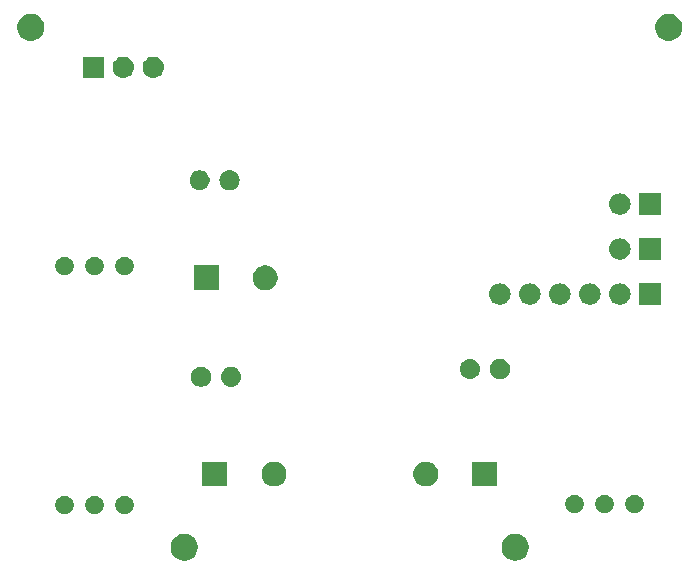
<source format=gbs>
G04 #@! TF.GenerationSoftware,KiCad,Pcbnew,(5.1.0)-1*
G04 #@! TF.CreationDate,2019-07-03T00:11:45+02:00*
G04 #@! TF.ProjectId,Sequencer_board,53657175-656e-4636-9572-5f626f617264,V0-1*
G04 #@! TF.SameCoordinates,Original*
G04 #@! TF.FileFunction,Soldermask,Bot*
G04 #@! TF.FilePolarity,Negative*
%FSLAX46Y46*%
G04 Gerber Fmt 4.6, Leading zero omitted, Abs format (unit mm)*
G04 Created by KiCad (PCBNEW (5.1.0)-1) date 2019-07-03 00:11:45*
%MOMM*%
%LPD*%
G04 APERTURE LIST*
%ADD10C,0.100000*%
G04 APERTURE END LIST*
D10*
G36*
X94224549Y-135871116D02*
G01*
X94335734Y-135893232D01*
X94545203Y-135979997D01*
X94733720Y-136105960D01*
X94894040Y-136266280D01*
X95020003Y-136454797D01*
X95106768Y-136664266D01*
X95151000Y-136886636D01*
X95151000Y-137113364D01*
X95106768Y-137335734D01*
X95020003Y-137545203D01*
X94894040Y-137733720D01*
X94733720Y-137894040D01*
X94545203Y-138020003D01*
X94335734Y-138106768D01*
X94224549Y-138128884D01*
X94113365Y-138151000D01*
X93886635Y-138151000D01*
X93775451Y-138128884D01*
X93664266Y-138106768D01*
X93454797Y-138020003D01*
X93266280Y-137894040D01*
X93105960Y-137733720D01*
X92979997Y-137545203D01*
X92893232Y-137335734D01*
X92849000Y-137113364D01*
X92849000Y-136886636D01*
X92893232Y-136664266D01*
X92979997Y-136454797D01*
X93105960Y-136266280D01*
X93266280Y-136105960D01*
X93454797Y-135979997D01*
X93664266Y-135893232D01*
X93775451Y-135871116D01*
X93886635Y-135849000D01*
X94113365Y-135849000D01*
X94224549Y-135871116D01*
X94224549Y-135871116D01*
G37*
G36*
X66224549Y-135871116D02*
G01*
X66335734Y-135893232D01*
X66545203Y-135979997D01*
X66733720Y-136105960D01*
X66894040Y-136266280D01*
X67020003Y-136454797D01*
X67106768Y-136664266D01*
X67151000Y-136886636D01*
X67151000Y-137113364D01*
X67106768Y-137335734D01*
X67020003Y-137545203D01*
X66894040Y-137733720D01*
X66733720Y-137894040D01*
X66545203Y-138020003D01*
X66335734Y-138106768D01*
X66224549Y-138128884D01*
X66113365Y-138151000D01*
X65886635Y-138151000D01*
X65775451Y-138128884D01*
X65664266Y-138106768D01*
X65454797Y-138020003D01*
X65266280Y-137894040D01*
X65105960Y-137733720D01*
X64979997Y-137545203D01*
X64893232Y-137335734D01*
X64849000Y-137113364D01*
X64849000Y-136886636D01*
X64893232Y-136664266D01*
X64979997Y-136454797D01*
X65105960Y-136266280D01*
X65266280Y-136105960D01*
X65454797Y-135979997D01*
X65664266Y-135893232D01*
X65775451Y-135871116D01*
X65886635Y-135849000D01*
X66113365Y-135849000D01*
X66224549Y-135871116D01*
X66224549Y-135871116D01*
G37*
G36*
X58520189Y-132665076D02*
G01*
X58619493Y-132684829D01*
X58759806Y-132742948D01*
X58886084Y-132827325D01*
X58993475Y-132934716D01*
X59077852Y-133060994D01*
X59135971Y-133201307D01*
X59165600Y-133350263D01*
X59165600Y-133502137D01*
X59135971Y-133651093D01*
X59077852Y-133791406D01*
X58993475Y-133917684D01*
X58886084Y-134025075D01*
X58759806Y-134109452D01*
X58619493Y-134167571D01*
X58520189Y-134187324D01*
X58470538Y-134197200D01*
X58318662Y-134197200D01*
X58269011Y-134187324D01*
X58169707Y-134167571D01*
X58029394Y-134109452D01*
X57903116Y-134025075D01*
X57795725Y-133917684D01*
X57711348Y-133791406D01*
X57653229Y-133651093D01*
X57623600Y-133502137D01*
X57623600Y-133350263D01*
X57653229Y-133201307D01*
X57711348Y-133060994D01*
X57795725Y-132934716D01*
X57903116Y-132827325D01*
X58029394Y-132742948D01*
X58169707Y-132684829D01*
X58269011Y-132665076D01*
X58318662Y-132655200D01*
X58470538Y-132655200D01*
X58520189Y-132665076D01*
X58520189Y-132665076D01*
G37*
G36*
X61060189Y-132665076D02*
G01*
X61159493Y-132684829D01*
X61299806Y-132742948D01*
X61426084Y-132827325D01*
X61533475Y-132934716D01*
X61617852Y-133060994D01*
X61675971Y-133201307D01*
X61705600Y-133350263D01*
X61705600Y-133502137D01*
X61675971Y-133651093D01*
X61617852Y-133791406D01*
X61533475Y-133917684D01*
X61426084Y-134025075D01*
X61299806Y-134109452D01*
X61159493Y-134167571D01*
X61060189Y-134187324D01*
X61010538Y-134197200D01*
X60858662Y-134197200D01*
X60809011Y-134187324D01*
X60709707Y-134167571D01*
X60569394Y-134109452D01*
X60443116Y-134025075D01*
X60335725Y-133917684D01*
X60251348Y-133791406D01*
X60193229Y-133651093D01*
X60163600Y-133502137D01*
X60163600Y-133350263D01*
X60193229Y-133201307D01*
X60251348Y-133060994D01*
X60335725Y-132934716D01*
X60443116Y-132827325D01*
X60569394Y-132742948D01*
X60709707Y-132684829D01*
X60809011Y-132665076D01*
X60858662Y-132655200D01*
X61010538Y-132655200D01*
X61060189Y-132665076D01*
X61060189Y-132665076D01*
G37*
G36*
X55980189Y-132665076D02*
G01*
X56079493Y-132684829D01*
X56219806Y-132742948D01*
X56346084Y-132827325D01*
X56453475Y-132934716D01*
X56537852Y-133060994D01*
X56595971Y-133201307D01*
X56625600Y-133350263D01*
X56625600Y-133502137D01*
X56595971Y-133651093D01*
X56537852Y-133791406D01*
X56453475Y-133917684D01*
X56346084Y-134025075D01*
X56219806Y-134109452D01*
X56079493Y-134167571D01*
X55980189Y-134187324D01*
X55930538Y-134197200D01*
X55778662Y-134197200D01*
X55729011Y-134187324D01*
X55629707Y-134167571D01*
X55489394Y-134109452D01*
X55363116Y-134025075D01*
X55255725Y-133917684D01*
X55171348Y-133791406D01*
X55113229Y-133651093D01*
X55083600Y-133502137D01*
X55083600Y-133350263D01*
X55113229Y-133201307D01*
X55171348Y-133060994D01*
X55255725Y-132934716D01*
X55363116Y-132827325D01*
X55489394Y-132742948D01*
X55629707Y-132684829D01*
X55729011Y-132665076D01*
X55778662Y-132655200D01*
X55930538Y-132655200D01*
X55980189Y-132665076D01*
X55980189Y-132665076D01*
G37*
G36*
X104240189Y-132588876D02*
G01*
X104339493Y-132608629D01*
X104479806Y-132666748D01*
X104606084Y-132751125D01*
X104713475Y-132858516D01*
X104797852Y-132984794D01*
X104855971Y-133125107D01*
X104885600Y-133274063D01*
X104885600Y-133425937D01*
X104855971Y-133574893D01*
X104797852Y-133715206D01*
X104713475Y-133841484D01*
X104606084Y-133948875D01*
X104479806Y-134033252D01*
X104339493Y-134091371D01*
X104248593Y-134109452D01*
X104190538Y-134121000D01*
X104038662Y-134121000D01*
X103980607Y-134109452D01*
X103889707Y-134091371D01*
X103749394Y-134033252D01*
X103623116Y-133948875D01*
X103515725Y-133841484D01*
X103431348Y-133715206D01*
X103373229Y-133574893D01*
X103343600Y-133425937D01*
X103343600Y-133274063D01*
X103373229Y-133125107D01*
X103431348Y-132984794D01*
X103515725Y-132858516D01*
X103623116Y-132751125D01*
X103749394Y-132666748D01*
X103889707Y-132608629D01*
X103989011Y-132588876D01*
X104038662Y-132579000D01*
X104190538Y-132579000D01*
X104240189Y-132588876D01*
X104240189Y-132588876D01*
G37*
G36*
X99160189Y-132588876D02*
G01*
X99259493Y-132608629D01*
X99399806Y-132666748D01*
X99526084Y-132751125D01*
X99633475Y-132858516D01*
X99717852Y-132984794D01*
X99775971Y-133125107D01*
X99805600Y-133274063D01*
X99805600Y-133425937D01*
X99775971Y-133574893D01*
X99717852Y-133715206D01*
X99633475Y-133841484D01*
X99526084Y-133948875D01*
X99399806Y-134033252D01*
X99259493Y-134091371D01*
X99168593Y-134109452D01*
X99110538Y-134121000D01*
X98958662Y-134121000D01*
X98900607Y-134109452D01*
X98809707Y-134091371D01*
X98669394Y-134033252D01*
X98543116Y-133948875D01*
X98435725Y-133841484D01*
X98351348Y-133715206D01*
X98293229Y-133574893D01*
X98263600Y-133425937D01*
X98263600Y-133274063D01*
X98293229Y-133125107D01*
X98351348Y-132984794D01*
X98435725Y-132858516D01*
X98543116Y-132751125D01*
X98669394Y-132666748D01*
X98809707Y-132608629D01*
X98909011Y-132588876D01*
X98958662Y-132579000D01*
X99110538Y-132579000D01*
X99160189Y-132588876D01*
X99160189Y-132588876D01*
G37*
G36*
X101700189Y-132588876D02*
G01*
X101799493Y-132608629D01*
X101939806Y-132666748D01*
X102066084Y-132751125D01*
X102173475Y-132858516D01*
X102257852Y-132984794D01*
X102315971Y-133125107D01*
X102345600Y-133274063D01*
X102345600Y-133425937D01*
X102315971Y-133574893D01*
X102257852Y-133715206D01*
X102173475Y-133841484D01*
X102066084Y-133948875D01*
X101939806Y-134033252D01*
X101799493Y-134091371D01*
X101708593Y-134109452D01*
X101650538Y-134121000D01*
X101498662Y-134121000D01*
X101440607Y-134109452D01*
X101349707Y-134091371D01*
X101209394Y-134033252D01*
X101083116Y-133948875D01*
X100975725Y-133841484D01*
X100891348Y-133715206D01*
X100833229Y-133574893D01*
X100803600Y-133425937D01*
X100803600Y-133274063D01*
X100833229Y-133125107D01*
X100891348Y-132984794D01*
X100975725Y-132858516D01*
X101083116Y-132751125D01*
X101209394Y-132666748D01*
X101349707Y-132608629D01*
X101449011Y-132588876D01*
X101498662Y-132579000D01*
X101650538Y-132579000D01*
X101700189Y-132588876D01*
X101700189Y-132588876D01*
G37*
G36*
X73886564Y-129799389D02*
G01*
X74077833Y-129878615D01*
X74077835Y-129878616D01*
X74249973Y-129993635D01*
X74396365Y-130140027D01*
X74511385Y-130312167D01*
X74590611Y-130503436D01*
X74631000Y-130706484D01*
X74631000Y-130913516D01*
X74590611Y-131116564D01*
X74511385Y-131307833D01*
X74511384Y-131307835D01*
X74396365Y-131479973D01*
X74249973Y-131626365D01*
X74077835Y-131741384D01*
X74077834Y-131741385D01*
X74077833Y-131741385D01*
X73886564Y-131820611D01*
X73683516Y-131861000D01*
X73476484Y-131861000D01*
X73273436Y-131820611D01*
X73082167Y-131741385D01*
X73082166Y-131741385D01*
X73082165Y-131741384D01*
X72910027Y-131626365D01*
X72763635Y-131479973D01*
X72648616Y-131307835D01*
X72648615Y-131307833D01*
X72569389Y-131116564D01*
X72529000Y-130913516D01*
X72529000Y-130706484D01*
X72569389Y-130503436D01*
X72648615Y-130312167D01*
X72763635Y-130140027D01*
X72910027Y-129993635D01*
X73082165Y-129878616D01*
X73082167Y-129878615D01*
X73273436Y-129799389D01*
X73476484Y-129759000D01*
X73683516Y-129759000D01*
X73886564Y-129799389D01*
X73886564Y-129799389D01*
G37*
G36*
X69631000Y-131861000D02*
G01*
X67529000Y-131861000D01*
X67529000Y-129759000D01*
X69631000Y-129759000D01*
X69631000Y-131861000D01*
X69631000Y-131861000D01*
G37*
G36*
X86746564Y-129799389D02*
G01*
X86937833Y-129878615D01*
X86937835Y-129878616D01*
X87109973Y-129993635D01*
X87256365Y-130140027D01*
X87371385Y-130312167D01*
X87450611Y-130503436D01*
X87491000Y-130706484D01*
X87491000Y-130913516D01*
X87450611Y-131116564D01*
X87371385Y-131307833D01*
X87371384Y-131307835D01*
X87256365Y-131479973D01*
X87109973Y-131626365D01*
X86937835Y-131741384D01*
X86937834Y-131741385D01*
X86937833Y-131741385D01*
X86746564Y-131820611D01*
X86543516Y-131861000D01*
X86336484Y-131861000D01*
X86133436Y-131820611D01*
X85942167Y-131741385D01*
X85942166Y-131741385D01*
X85942165Y-131741384D01*
X85770027Y-131626365D01*
X85623635Y-131479973D01*
X85508616Y-131307835D01*
X85508615Y-131307833D01*
X85429389Y-131116564D01*
X85389000Y-130913516D01*
X85389000Y-130706484D01*
X85429389Y-130503436D01*
X85508615Y-130312167D01*
X85623635Y-130140027D01*
X85770027Y-129993635D01*
X85942165Y-129878616D01*
X85942167Y-129878615D01*
X86133436Y-129799389D01*
X86336484Y-129759000D01*
X86543516Y-129759000D01*
X86746564Y-129799389D01*
X86746564Y-129799389D01*
G37*
G36*
X92491000Y-131861000D02*
G01*
X90389000Y-131861000D01*
X90389000Y-129759000D01*
X92491000Y-129759000D01*
X92491000Y-131861000D01*
X92491000Y-131861000D01*
G37*
G36*
X70118423Y-121741713D02*
G01*
X70278842Y-121790376D01*
X70411506Y-121861286D01*
X70426678Y-121869396D01*
X70556259Y-121975741D01*
X70662604Y-122105322D01*
X70662605Y-122105324D01*
X70741624Y-122253158D01*
X70790287Y-122413577D01*
X70806717Y-122580400D01*
X70790287Y-122747223D01*
X70741624Y-122907642D01*
X70701077Y-122983500D01*
X70662604Y-123055478D01*
X70556259Y-123185059D01*
X70426678Y-123291404D01*
X70426676Y-123291405D01*
X70278842Y-123370424D01*
X70118423Y-123419087D01*
X69993404Y-123431400D01*
X69909796Y-123431400D01*
X69784777Y-123419087D01*
X69624358Y-123370424D01*
X69476524Y-123291405D01*
X69476522Y-123291404D01*
X69346941Y-123185059D01*
X69240596Y-123055478D01*
X69202123Y-122983500D01*
X69161576Y-122907642D01*
X69112913Y-122747223D01*
X69096483Y-122580400D01*
X69112913Y-122413577D01*
X69161576Y-122253158D01*
X69240595Y-122105324D01*
X69240596Y-122105322D01*
X69346941Y-121975741D01*
X69476522Y-121869396D01*
X69491694Y-121861286D01*
X69624358Y-121790376D01*
X69784777Y-121741713D01*
X69909796Y-121729400D01*
X69993404Y-121729400D01*
X70118423Y-121741713D01*
X70118423Y-121741713D01*
G37*
G36*
X67659828Y-121762103D02*
G01*
X67814700Y-121826253D01*
X67954081Y-121919385D01*
X68072615Y-122037919D01*
X68165747Y-122177300D01*
X68229897Y-122332172D01*
X68262600Y-122496584D01*
X68262600Y-122664216D01*
X68229897Y-122828628D01*
X68165747Y-122983500D01*
X68072615Y-123122881D01*
X67954081Y-123241415D01*
X67814700Y-123334547D01*
X67659828Y-123398697D01*
X67495416Y-123431400D01*
X67327784Y-123431400D01*
X67163372Y-123398697D01*
X67008500Y-123334547D01*
X66869119Y-123241415D01*
X66750585Y-123122881D01*
X66657453Y-122983500D01*
X66593303Y-122828628D01*
X66560600Y-122664216D01*
X66560600Y-122496584D01*
X66593303Y-122332172D01*
X66657453Y-122177300D01*
X66750585Y-122037919D01*
X66869119Y-121919385D01*
X67008500Y-121826253D01*
X67163372Y-121762103D01*
X67327784Y-121729400D01*
X67495416Y-121729400D01*
X67659828Y-121762103D01*
X67659828Y-121762103D01*
G37*
G36*
X90336823Y-121081313D02*
G01*
X90497242Y-121129976D01*
X90564361Y-121165852D01*
X90645078Y-121208996D01*
X90774659Y-121315341D01*
X90881004Y-121444922D01*
X90881005Y-121444924D01*
X90960024Y-121592758D01*
X91008687Y-121753177D01*
X91025117Y-121920000D01*
X91008687Y-122086823D01*
X90960024Y-122247242D01*
X90919477Y-122323100D01*
X90881004Y-122395078D01*
X90774659Y-122524659D01*
X90645078Y-122631004D01*
X90645076Y-122631005D01*
X90497242Y-122710024D01*
X90336823Y-122758687D01*
X90211804Y-122771000D01*
X90128196Y-122771000D01*
X90003177Y-122758687D01*
X89842758Y-122710024D01*
X89694924Y-122631005D01*
X89694922Y-122631004D01*
X89565341Y-122524659D01*
X89458996Y-122395078D01*
X89420523Y-122323100D01*
X89379976Y-122247242D01*
X89331313Y-122086823D01*
X89314883Y-121920000D01*
X89331313Y-121753177D01*
X89379976Y-121592758D01*
X89458995Y-121444924D01*
X89458996Y-121444922D01*
X89565341Y-121315341D01*
X89694922Y-121208996D01*
X89775639Y-121165852D01*
X89842758Y-121129976D01*
X90003177Y-121081313D01*
X90128196Y-121069000D01*
X90211804Y-121069000D01*
X90336823Y-121081313D01*
X90336823Y-121081313D01*
G37*
G36*
X92958228Y-121101703D02*
G01*
X93113100Y-121165853D01*
X93252481Y-121258985D01*
X93371015Y-121377519D01*
X93464147Y-121516900D01*
X93528297Y-121671772D01*
X93561000Y-121836184D01*
X93561000Y-122003816D01*
X93528297Y-122168228D01*
X93464147Y-122323100D01*
X93371015Y-122462481D01*
X93252481Y-122581015D01*
X93113100Y-122674147D01*
X92958228Y-122738297D01*
X92793816Y-122771000D01*
X92626184Y-122771000D01*
X92461772Y-122738297D01*
X92306900Y-122674147D01*
X92167519Y-122581015D01*
X92048985Y-122462481D01*
X91955853Y-122323100D01*
X91891703Y-122168228D01*
X91859000Y-122003816D01*
X91859000Y-121836184D01*
X91891703Y-121671772D01*
X91955853Y-121516900D01*
X92048985Y-121377519D01*
X92167519Y-121258985D01*
X92306900Y-121165853D01*
X92461772Y-121101703D01*
X92626184Y-121069000D01*
X92793816Y-121069000D01*
X92958228Y-121101703D01*
X92958228Y-121101703D01*
G37*
G36*
X92820443Y-114675519D02*
G01*
X92886627Y-114682037D01*
X93056466Y-114733557D01*
X93212991Y-114817222D01*
X93248729Y-114846552D01*
X93350186Y-114929814D01*
X93419902Y-115014765D01*
X93462778Y-115067009D01*
X93546443Y-115223534D01*
X93597963Y-115393373D01*
X93615359Y-115570000D01*
X93597963Y-115746627D01*
X93546443Y-115916466D01*
X93462778Y-116072991D01*
X93433448Y-116108729D01*
X93350186Y-116210186D01*
X93248729Y-116293448D01*
X93212991Y-116322778D01*
X93056466Y-116406443D01*
X92886627Y-116457963D01*
X92820442Y-116464482D01*
X92754260Y-116471000D01*
X92665740Y-116471000D01*
X92599558Y-116464482D01*
X92533373Y-116457963D01*
X92363534Y-116406443D01*
X92207009Y-116322778D01*
X92171271Y-116293448D01*
X92069814Y-116210186D01*
X91986552Y-116108729D01*
X91957222Y-116072991D01*
X91873557Y-115916466D01*
X91822037Y-115746627D01*
X91804641Y-115570000D01*
X91822037Y-115393373D01*
X91873557Y-115223534D01*
X91957222Y-115067009D01*
X92000098Y-115014765D01*
X92069814Y-114929814D01*
X92171271Y-114846552D01*
X92207009Y-114817222D01*
X92363534Y-114733557D01*
X92533373Y-114682037D01*
X92599557Y-114675519D01*
X92665740Y-114669000D01*
X92754260Y-114669000D01*
X92820443Y-114675519D01*
X92820443Y-114675519D01*
G37*
G36*
X95360443Y-114675519D02*
G01*
X95426627Y-114682037D01*
X95596466Y-114733557D01*
X95752991Y-114817222D01*
X95788729Y-114846552D01*
X95890186Y-114929814D01*
X95959902Y-115014765D01*
X96002778Y-115067009D01*
X96086443Y-115223534D01*
X96137963Y-115393373D01*
X96155359Y-115570000D01*
X96137963Y-115746627D01*
X96086443Y-115916466D01*
X96002778Y-116072991D01*
X95973448Y-116108729D01*
X95890186Y-116210186D01*
X95788729Y-116293448D01*
X95752991Y-116322778D01*
X95596466Y-116406443D01*
X95426627Y-116457963D01*
X95360442Y-116464482D01*
X95294260Y-116471000D01*
X95205740Y-116471000D01*
X95139558Y-116464482D01*
X95073373Y-116457963D01*
X94903534Y-116406443D01*
X94747009Y-116322778D01*
X94711271Y-116293448D01*
X94609814Y-116210186D01*
X94526552Y-116108729D01*
X94497222Y-116072991D01*
X94413557Y-115916466D01*
X94362037Y-115746627D01*
X94344641Y-115570000D01*
X94362037Y-115393373D01*
X94413557Y-115223534D01*
X94497222Y-115067009D01*
X94540098Y-115014765D01*
X94609814Y-114929814D01*
X94711271Y-114846552D01*
X94747009Y-114817222D01*
X94903534Y-114733557D01*
X95073373Y-114682037D01*
X95139557Y-114675519D01*
X95205740Y-114669000D01*
X95294260Y-114669000D01*
X95360443Y-114675519D01*
X95360443Y-114675519D01*
G37*
G36*
X97900443Y-114675519D02*
G01*
X97966627Y-114682037D01*
X98136466Y-114733557D01*
X98292991Y-114817222D01*
X98328729Y-114846552D01*
X98430186Y-114929814D01*
X98499902Y-115014765D01*
X98542778Y-115067009D01*
X98626443Y-115223534D01*
X98677963Y-115393373D01*
X98695359Y-115570000D01*
X98677963Y-115746627D01*
X98626443Y-115916466D01*
X98542778Y-116072991D01*
X98513448Y-116108729D01*
X98430186Y-116210186D01*
X98328729Y-116293448D01*
X98292991Y-116322778D01*
X98136466Y-116406443D01*
X97966627Y-116457963D01*
X97900442Y-116464482D01*
X97834260Y-116471000D01*
X97745740Y-116471000D01*
X97679558Y-116464482D01*
X97613373Y-116457963D01*
X97443534Y-116406443D01*
X97287009Y-116322778D01*
X97251271Y-116293448D01*
X97149814Y-116210186D01*
X97066552Y-116108729D01*
X97037222Y-116072991D01*
X96953557Y-115916466D01*
X96902037Y-115746627D01*
X96884641Y-115570000D01*
X96902037Y-115393373D01*
X96953557Y-115223534D01*
X97037222Y-115067009D01*
X97080098Y-115014765D01*
X97149814Y-114929814D01*
X97251271Y-114846552D01*
X97287009Y-114817222D01*
X97443534Y-114733557D01*
X97613373Y-114682037D01*
X97679557Y-114675519D01*
X97745740Y-114669000D01*
X97834260Y-114669000D01*
X97900443Y-114675519D01*
X97900443Y-114675519D01*
G37*
G36*
X102980443Y-114675519D02*
G01*
X103046627Y-114682037D01*
X103216466Y-114733557D01*
X103372991Y-114817222D01*
X103408729Y-114846552D01*
X103510186Y-114929814D01*
X103579902Y-115014765D01*
X103622778Y-115067009D01*
X103706443Y-115223534D01*
X103757963Y-115393373D01*
X103775359Y-115570000D01*
X103757963Y-115746627D01*
X103706443Y-115916466D01*
X103622778Y-116072991D01*
X103593448Y-116108729D01*
X103510186Y-116210186D01*
X103408729Y-116293448D01*
X103372991Y-116322778D01*
X103216466Y-116406443D01*
X103046627Y-116457963D01*
X102980442Y-116464482D01*
X102914260Y-116471000D01*
X102825740Y-116471000D01*
X102759558Y-116464482D01*
X102693373Y-116457963D01*
X102523534Y-116406443D01*
X102367009Y-116322778D01*
X102331271Y-116293448D01*
X102229814Y-116210186D01*
X102146552Y-116108729D01*
X102117222Y-116072991D01*
X102033557Y-115916466D01*
X101982037Y-115746627D01*
X101964641Y-115570000D01*
X101982037Y-115393373D01*
X102033557Y-115223534D01*
X102117222Y-115067009D01*
X102160098Y-115014765D01*
X102229814Y-114929814D01*
X102331271Y-114846552D01*
X102367009Y-114817222D01*
X102523534Y-114733557D01*
X102693373Y-114682037D01*
X102759557Y-114675519D01*
X102825740Y-114669000D01*
X102914260Y-114669000D01*
X102980443Y-114675519D01*
X102980443Y-114675519D01*
G37*
G36*
X100440443Y-114675519D02*
G01*
X100506627Y-114682037D01*
X100676466Y-114733557D01*
X100832991Y-114817222D01*
X100868729Y-114846552D01*
X100970186Y-114929814D01*
X101039902Y-115014765D01*
X101082778Y-115067009D01*
X101166443Y-115223534D01*
X101217963Y-115393373D01*
X101235359Y-115570000D01*
X101217963Y-115746627D01*
X101166443Y-115916466D01*
X101082778Y-116072991D01*
X101053448Y-116108729D01*
X100970186Y-116210186D01*
X100868729Y-116293448D01*
X100832991Y-116322778D01*
X100676466Y-116406443D01*
X100506627Y-116457963D01*
X100440442Y-116464482D01*
X100374260Y-116471000D01*
X100285740Y-116471000D01*
X100219558Y-116464482D01*
X100153373Y-116457963D01*
X99983534Y-116406443D01*
X99827009Y-116322778D01*
X99791271Y-116293448D01*
X99689814Y-116210186D01*
X99606552Y-116108729D01*
X99577222Y-116072991D01*
X99493557Y-115916466D01*
X99442037Y-115746627D01*
X99424641Y-115570000D01*
X99442037Y-115393373D01*
X99493557Y-115223534D01*
X99577222Y-115067009D01*
X99620098Y-115014765D01*
X99689814Y-114929814D01*
X99791271Y-114846552D01*
X99827009Y-114817222D01*
X99983534Y-114733557D01*
X100153373Y-114682037D01*
X100219557Y-114675519D01*
X100285740Y-114669000D01*
X100374260Y-114669000D01*
X100440443Y-114675519D01*
X100440443Y-114675519D01*
G37*
G36*
X106311000Y-116471000D02*
G01*
X104509000Y-116471000D01*
X104509000Y-114669000D01*
X106311000Y-114669000D01*
X106311000Y-116471000D01*
X106311000Y-116471000D01*
G37*
G36*
X73149964Y-113187789D02*
G01*
X73341233Y-113267015D01*
X73341235Y-113267016D01*
X73366261Y-113283738D01*
X73513373Y-113382035D01*
X73659765Y-113528427D01*
X73774785Y-113700567D01*
X73854011Y-113891836D01*
X73894400Y-114094884D01*
X73894400Y-114301916D01*
X73854011Y-114504964D01*
X73786065Y-114669000D01*
X73774784Y-114696235D01*
X73659765Y-114868373D01*
X73513373Y-115014765D01*
X73341235Y-115129784D01*
X73341234Y-115129785D01*
X73341233Y-115129785D01*
X73149964Y-115209011D01*
X72946916Y-115249400D01*
X72739884Y-115249400D01*
X72536836Y-115209011D01*
X72345567Y-115129785D01*
X72345566Y-115129785D01*
X72345565Y-115129784D01*
X72173427Y-115014765D01*
X72027035Y-114868373D01*
X71912016Y-114696235D01*
X71900735Y-114669000D01*
X71832789Y-114504964D01*
X71792400Y-114301916D01*
X71792400Y-114094884D01*
X71832789Y-113891836D01*
X71912015Y-113700567D01*
X72027035Y-113528427D01*
X72173427Y-113382035D01*
X72320539Y-113283738D01*
X72345565Y-113267016D01*
X72345567Y-113267015D01*
X72536836Y-113187789D01*
X72739884Y-113147400D01*
X72946916Y-113147400D01*
X73149964Y-113187789D01*
X73149964Y-113187789D01*
G37*
G36*
X68894400Y-115249400D02*
G01*
X66792400Y-115249400D01*
X66792400Y-113147400D01*
X68894400Y-113147400D01*
X68894400Y-115249400D01*
X68894400Y-115249400D01*
G37*
G36*
X55980189Y-112446676D02*
G01*
X56079493Y-112466429D01*
X56219806Y-112524548D01*
X56346084Y-112608925D01*
X56453475Y-112716316D01*
X56537852Y-112842594D01*
X56595971Y-112982907D01*
X56625600Y-113131863D01*
X56625600Y-113283737D01*
X56595971Y-113432693D01*
X56537852Y-113573006D01*
X56453475Y-113699284D01*
X56346084Y-113806675D01*
X56219806Y-113891052D01*
X56079493Y-113949171D01*
X55980189Y-113968924D01*
X55930538Y-113978800D01*
X55778662Y-113978800D01*
X55729011Y-113968924D01*
X55629707Y-113949171D01*
X55489394Y-113891052D01*
X55363116Y-113806675D01*
X55255725Y-113699284D01*
X55171348Y-113573006D01*
X55113229Y-113432693D01*
X55083600Y-113283737D01*
X55083600Y-113131863D01*
X55113229Y-112982907D01*
X55171348Y-112842594D01*
X55255725Y-112716316D01*
X55363116Y-112608925D01*
X55489394Y-112524548D01*
X55629707Y-112466429D01*
X55729011Y-112446676D01*
X55778662Y-112436800D01*
X55930538Y-112436800D01*
X55980189Y-112446676D01*
X55980189Y-112446676D01*
G37*
G36*
X58520189Y-112446676D02*
G01*
X58619493Y-112466429D01*
X58759806Y-112524548D01*
X58886084Y-112608925D01*
X58993475Y-112716316D01*
X59077852Y-112842594D01*
X59135971Y-112982907D01*
X59165600Y-113131863D01*
X59165600Y-113283737D01*
X59135971Y-113432693D01*
X59077852Y-113573006D01*
X58993475Y-113699284D01*
X58886084Y-113806675D01*
X58759806Y-113891052D01*
X58619493Y-113949171D01*
X58520189Y-113968924D01*
X58470538Y-113978800D01*
X58318662Y-113978800D01*
X58269011Y-113968924D01*
X58169707Y-113949171D01*
X58029394Y-113891052D01*
X57903116Y-113806675D01*
X57795725Y-113699284D01*
X57711348Y-113573006D01*
X57653229Y-113432693D01*
X57623600Y-113283737D01*
X57623600Y-113131863D01*
X57653229Y-112982907D01*
X57711348Y-112842594D01*
X57795725Y-112716316D01*
X57903116Y-112608925D01*
X58029394Y-112524548D01*
X58169707Y-112466429D01*
X58269011Y-112446676D01*
X58318662Y-112436800D01*
X58470538Y-112436800D01*
X58520189Y-112446676D01*
X58520189Y-112446676D01*
G37*
G36*
X61060189Y-112446676D02*
G01*
X61159493Y-112466429D01*
X61299806Y-112524548D01*
X61426084Y-112608925D01*
X61533475Y-112716316D01*
X61617852Y-112842594D01*
X61675971Y-112982907D01*
X61705600Y-113131863D01*
X61705600Y-113283737D01*
X61675971Y-113432693D01*
X61617852Y-113573006D01*
X61533475Y-113699284D01*
X61426084Y-113806675D01*
X61299806Y-113891052D01*
X61159493Y-113949171D01*
X61060189Y-113968924D01*
X61010538Y-113978800D01*
X60858662Y-113978800D01*
X60809011Y-113968924D01*
X60709707Y-113949171D01*
X60569394Y-113891052D01*
X60443116Y-113806675D01*
X60335725Y-113699284D01*
X60251348Y-113573006D01*
X60193229Y-113432693D01*
X60163600Y-113283737D01*
X60163600Y-113131863D01*
X60193229Y-112982907D01*
X60251348Y-112842594D01*
X60335725Y-112716316D01*
X60443116Y-112608925D01*
X60569394Y-112524548D01*
X60709707Y-112466429D01*
X60809011Y-112446676D01*
X60858662Y-112436800D01*
X61010538Y-112436800D01*
X61060189Y-112446676D01*
X61060189Y-112446676D01*
G37*
G36*
X106311000Y-112661000D02*
G01*
X104509000Y-112661000D01*
X104509000Y-110859000D01*
X106311000Y-110859000D01*
X106311000Y-112661000D01*
X106311000Y-112661000D01*
G37*
G36*
X102980442Y-110865518D02*
G01*
X103046627Y-110872037D01*
X103216466Y-110923557D01*
X103372991Y-111007222D01*
X103408729Y-111036552D01*
X103510186Y-111119814D01*
X103593448Y-111221271D01*
X103622778Y-111257009D01*
X103706443Y-111413534D01*
X103757963Y-111583373D01*
X103775359Y-111760000D01*
X103757963Y-111936627D01*
X103706443Y-112106466D01*
X103622778Y-112262991D01*
X103593448Y-112298729D01*
X103510186Y-112400186D01*
X103429467Y-112466429D01*
X103372991Y-112512778D01*
X103216466Y-112596443D01*
X103046627Y-112647963D01*
X102980442Y-112654482D01*
X102914260Y-112661000D01*
X102825740Y-112661000D01*
X102759558Y-112654482D01*
X102693373Y-112647963D01*
X102523534Y-112596443D01*
X102367009Y-112512778D01*
X102310533Y-112466429D01*
X102229814Y-112400186D01*
X102146552Y-112298729D01*
X102117222Y-112262991D01*
X102033557Y-112106466D01*
X101982037Y-111936627D01*
X101964641Y-111760000D01*
X101982037Y-111583373D01*
X102033557Y-111413534D01*
X102117222Y-111257009D01*
X102146552Y-111221271D01*
X102229814Y-111119814D01*
X102331271Y-111036552D01*
X102367009Y-111007222D01*
X102523534Y-110923557D01*
X102693373Y-110872037D01*
X102759558Y-110865518D01*
X102825740Y-110859000D01*
X102914260Y-110859000D01*
X102980442Y-110865518D01*
X102980442Y-110865518D01*
G37*
G36*
X106311000Y-108851000D02*
G01*
X104509000Y-108851000D01*
X104509000Y-107049000D01*
X106311000Y-107049000D01*
X106311000Y-108851000D01*
X106311000Y-108851000D01*
G37*
G36*
X102980442Y-107055518D02*
G01*
X103046627Y-107062037D01*
X103216466Y-107113557D01*
X103372991Y-107197222D01*
X103408729Y-107226552D01*
X103510186Y-107309814D01*
X103593448Y-107411271D01*
X103622778Y-107447009D01*
X103706443Y-107603534D01*
X103757963Y-107773373D01*
X103775359Y-107950000D01*
X103757963Y-108126627D01*
X103706443Y-108296466D01*
X103622778Y-108452991D01*
X103593448Y-108488729D01*
X103510186Y-108590186D01*
X103408729Y-108673448D01*
X103372991Y-108702778D01*
X103216466Y-108786443D01*
X103046627Y-108837963D01*
X102980442Y-108844482D01*
X102914260Y-108851000D01*
X102825740Y-108851000D01*
X102759558Y-108844482D01*
X102693373Y-108837963D01*
X102523534Y-108786443D01*
X102367009Y-108702778D01*
X102331271Y-108673448D01*
X102229814Y-108590186D01*
X102146552Y-108488729D01*
X102117222Y-108452991D01*
X102033557Y-108296466D01*
X101982037Y-108126627D01*
X101964641Y-107950000D01*
X101982037Y-107773373D01*
X102033557Y-107603534D01*
X102117222Y-107447009D01*
X102146552Y-107411271D01*
X102229814Y-107309814D01*
X102331271Y-107226552D01*
X102367009Y-107197222D01*
X102523534Y-107113557D01*
X102693373Y-107062037D01*
X102759558Y-107055518D01*
X102825740Y-107049000D01*
X102914260Y-107049000D01*
X102980442Y-107055518D01*
X102980442Y-107055518D01*
G37*
G36*
X69991423Y-105104713D02*
G01*
X70151842Y-105153376D01*
X70218961Y-105189252D01*
X70299678Y-105232396D01*
X70429259Y-105338741D01*
X70535604Y-105468322D01*
X70535605Y-105468324D01*
X70614624Y-105616158D01*
X70663287Y-105776577D01*
X70679717Y-105943400D01*
X70663287Y-106110223D01*
X70614624Y-106270642D01*
X70574077Y-106346500D01*
X70535604Y-106418478D01*
X70429259Y-106548059D01*
X70299678Y-106654404D01*
X70299676Y-106654405D01*
X70151842Y-106733424D01*
X69991423Y-106782087D01*
X69866404Y-106794400D01*
X69782796Y-106794400D01*
X69657777Y-106782087D01*
X69497358Y-106733424D01*
X69349524Y-106654405D01*
X69349522Y-106654404D01*
X69219941Y-106548059D01*
X69113596Y-106418478D01*
X69075123Y-106346500D01*
X69034576Y-106270642D01*
X68985913Y-106110223D01*
X68969483Y-105943400D01*
X68985913Y-105776577D01*
X69034576Y-105616158D01*
X69113595Y-105468324D01*
X69113596Y-105468322D01*
X69219941Y-105338741D01*
X69349522Y-105232396D01*
X69430239Y-105189252D01*
X69497358Y-105153376D01*
X69657777Y-105104713D01*
X69782796Y-105092400D01*
X69866404Y-105092400D01*
X69991423Y-105104713D01*
X69991423Y-105104713D01*
G37*
G36*
X67532828Y-105125103D02*
G01*
X67687700Y-105189253D01*
X67827081Y-105282385D01*
X67945615Y-105400919D01*
X68038747Y-105540300D01*
X68102897Y-105695172D01*
X68135600Y-105859584D01*
X68135600Y-106027216D01*
X68102897Y-106191628D01*
X68038747Y-106346500D01*
X67945615Y-106485881D01*
X67827081Y-106604415D01*
X67687700Y-106697547D01*
X67532828Y-106761697D01*
X67368416Y-106794400D01*
X67200784Y-106794400D01*
X67036372Y-106761697D01*
X66881500Y-106697547D01*
X66742119Y-106604415D01*
X66623585Y-106485881D01*
X66530453Y-106346500D01*
X66466303Y-106191628D01*
X66433600Y-106027216D01*
X66433600Y-105859584D01*
X66466303Y-105695172D01*
X66530453Y-105540300D01*
X66623585Y-105400919D01*
X66742119Y-105282385D01*
X66881500Y-105189253D01*
X67036372Y-105125103D01*
X67200784Y-105092400D01*
X67368416Y-105092400D01*
X67532828Y-105125103D01*
X67532828Y-105125103D01*
G37*
G36*
X63483443Y-95473119D02*
G01*
X63549627Y-95479637D01*
X63719466Y-95531157D01*
X63875991Y-95614822D01*
X63911729Y-95644152D01*
X64013186Y-95727414D01*
X64096448Y-95828871D01*
X64125778Y-95864609D01*
X64209443Y-96021134D01*
X64260963Y-96190973D01*
X64278359Y-96367600D01*
X64260963Y-96544227D01*
X64209443Y-96714066D01*
X64125778Y-96870591D01*
X64096448Y-96906329D01*
X64013186Y-97007786D01*
X63911729Y-97091048D01*
X63875991Y-97120378D01*
X63719466Y-97204043D01*
X63549627Y-97255563D01*
X63483443Y-97262081D01*
X63417260Y-97268600D01*
X63328740Y-97268600D01*
X63262557Y-97262081D01*
X63196373Y-97255563D01*
X63026534Y-97204043D01*
X62870009Y-97120378D01*
X62834271Y-97091048D01*
X62732814Y-97007786D01*
X62649552Y-96906329D01*
X62620222Y-96870591D01*
X62536557Y-96714066D01*
X62485037Y-96544227D01*
X62467641Y-96367600D01*
X62485037Y-96190973D01*
X62536557Y-96021134D01*
X62620222Y-95864609D01*
X62649552Y-95828871D01*
X62732814Y-95727414D01*
X62834271Y-95644152D01*
X62870009Y-95614822D01*
X63026534Y-95531157D01*
X63196373Y-95479637D01*
X63262557Y-95473119D01*
X63328740Y-95466600D01*
X63417260Y-95466600D01*
X63483443Y-95473119D01*
X63483443Y-95473119D01*
G37*
G36*
X60943443Y-95473119D02*
G01*
X61009627Y-95479637D01*
X61179466Y-95531157D01*
X61335991Y-95614822D01*
X61371729Y-95644152D01*
X61473186Y-95727414D01*
X61556448Y-95828871D01*
X61585778Y-95864609D01*
X61669443Y-96021134D01*
X61720963Y-96190973D01*
X61738359Y-96367600D01*
X61720963Y-96544227D01*
X61669443Y-96714066D01*
X61585778Y-96870591D01*
X61556448Y-96906329D01*
X61473186Y-97007786D01*
X61371729Y-97091048D01*
X61335991Y-97120378D01*
X61179466Y-97204043D01*
X61009627Y-97255563D01*
X60943443Y-97262081D01*
X60877260Y-97268600D01*
X60788740Y-97268600D01*
X60722557Y-97262081D01*
X60656373Y-97255563D01*
X60486534Y-97204043D01*
X60330009Y-97120378D01*
X60294271Y-97091048D01*
X60192814Y-97007786D01*
X60109552Y-96906329D01*
X60080222Y-96870591D01*
X59996557Y-96714066D01*
X59945037Y-96544227D01*
X59927641Y-96367600D01*
X59945037Y-96190973D01*
X59996557Y-96021134D01*
X60080222Y-95864609D01*
X60109552Y-95828871D01*
X60192814Y-95727414D01*
X60294271Y-95644152D01*
X60330009Y-95614822D01*
X60486534Y-95531157D01*
X60656373Y-95479637D01*
X60722557Y-95473119D01*
X60788740Y-95466600D01*
X60877260Y-95466600D01*
X60943443Y-95473119D01*
X60943443Y-95473119D01*
G37*
G36*
X59194000Y-97268600D02*
G01*
X57392000Y-97268600D01*
X57392000Y-95466600D01*
X59194000Y-95466600D01*
X59194000Y-97268600D01*
X59194000Y-97268600D01*
G37*
G36*
X107224549Y-91871116D02*
G01*
X107335734Y-91893232D01*
X107545203Y-91979997D01*
X107733720Y-92105960D01*
X107894040Y-92266280D01*
X108020003Y-92454797D01*
X108106768Y-92664266D01*
X108151000Y-92886636D01*
X108151000Y-93113364D01*
X108106768Y-93335734D01*
X108020003Y-93545203D01*
X107894040Y-93733720D01*
X107733720Y-93894040D01*
X107545203Y-94020003D01*
X107335734Y-94106768D01*
X107224549Y-94128884D01*
X107113365Y-94151000D01*
X106886635Y-94151000D01*
X106775451Y-94128884D01*
X106664266Y-94106768D01*
X106454797Y-94020003D01*
X106266280Y-93894040D01*
X106105960Y-93733720D01*
X105979997Y-93545203D01*
X105893232Y-93335734D01*
X105849000Y-93113364D01*
X105849000Y-92886636D01*
X105893232Y-92664266D01*
X105979997Y-92454797D01*
X106105960Y-92266280D01*
X106266280Y-92105960D01*
X106454797Y-91979997D01*
X106664266Y-91893232D01*
X106775451Y-91871116D01*
X106886635Y-91849000D01*
X107113365Y-91849000D01*
X107224549Y-91871116D01*
X107224549Y-91871116D01*
G37*
G36*
X53224549Y-91871116D02*
G01*
X53335734Y-91893232D01*
X53545203Y-91979997D01*
X53733720Y-92105960D01*
X53894040Y-92266280D01*
X54020003Y-92454797D01*
X54106768Y-92664266D01*
X54151000Y-92886636D01*
X54151000Y-93113364D01*
X54106768Y-93335734D01*
X54020003Y-93545203D01*
X53894040Y-93733720D01*
X53733720Y-93894040D01*
X53545203Y-94020003D01*
X53335734Y-94106768D01*
X53224549Y-94128884D01*
X53113365Y-94151000D01*
X52886635Y-94151000D01*
X52775451Y-94128884D01*
X52664266Y-94106768D01*
X52454797Y-94020003D01*
X52266280Y-93894040D01*
X52105960Y-93733720D01*
X51979997Y-93545203D01*
X51893232Y-93335734D01*
X51849000Y-93113364D01*
X51849000Y-92886636D01*
X51893232Y-92664266D01*
X51979997Y-92454797D01*
X52105960Y-92266280D01*
X52266280Y-92105960D01*
X52454797Y-91979997D01*
X52664266Y-91893232D01*
X52775451Y-91871116D01*
X52886635Y-91849000D01*
X53113365Y-91849000D01*
X53224549Y-91871116D01*
X53224549Y-91871116D01*
G37*
M02*

</source>
